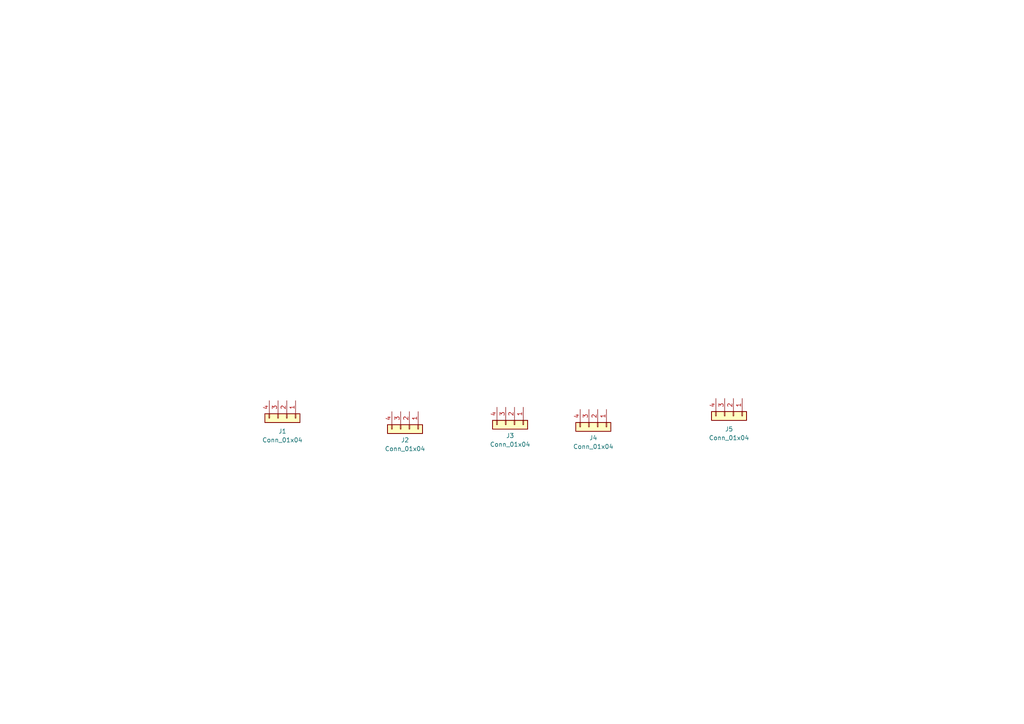
<source format=kicad_sch>
(kicad_sch (version 20230121) (generator eeschema)
  (paper "A4")
  (lib_symbols
    (symbol "Connector_Generic:Conn_01x04" (pin_names (offset 1.016) hide)
      (property "Reference" "J" (at 0 5.08 0))
      (property "Value" "Conn_01x04" (at 0 -7.62 0))
      (symbol "Conn_01x04_1_1"
        (rectangle (start -1.27 -4.953) (end 0 -5.207) (stroke (width 0.1524)))
        (rectangle (start -1.27 -2.413) (end 0 -2.667) (stroke (width 0.1524)))
        (rectangle (start -1.27 0.127) (end 0 -0.127) (stroke (width 0.1524)))
        (rectangle (start -1.27 2.667) (end 0 2.413) (stroke (width 0.1524)))
        (rectangle (start -1.27 3.81) (end 1.27 -6.35) (stroke (width 0.254)) (fill (type background)))
        (pin passive line (at -5.08 2.54 0) (length 3.81) (name "Pin_1") (number "1"))
        (pin passive line (at -5.08 0 0) (length 3.81) (name "Pin_2") (number "2"))
        (pin passive line (at -5.08 -2.54 0) (length 3.81) (name "Pin_3") (number "3"))
        (pin passive line (at -5.08 -5.08 0) (length 3.81) (name "Pin_4") (number "4"))
      )
    )
  )
  (symbol (lib_id "Connector_Generic:Conn_01x04") (at 118.745 124.46 270) (unit 1)
    (property "Reference" "J2" (at 117.475 127.635 90))
    (property "Value" "Conn_01x04" (at 117.475 130.175 90))
  )
  (symbol (lib_id "Connector_Generic:Conn_01x04") (at 149.225 123.19 270) (unit 1)
    (property "Reference" "J3" (at 147.955 126.365 90))
    (property "Value" "Conn_01x04" (at 147.955 128.905 90))
  )
  (symbol (lib_id "Connector_Generic:Conn_01x04") (at 83.185 121.285 270) (unit 1)
    (property "Reference" "J1" (at 81.915 125.095 90))
    (property "Value" "Conn_01x04" (at 81.915 127.635 90))
  )
  (symbol (lib_id "Connector_Generic:Conn_01x04") (at 212.725 120.65 270) (unit 1)
    (property "Reference" "J5" (at 211.455 124.46 90))
    (property "Value" "Conn_01x04" (at 211.455 127 90))
  )
  (symbol (lib_id "Connector_Generic:Conn_01x04") (at 173.355 123.825 270) (unit 1)
    (property "Reference" "J4" (at 172.085 127 90))
    (property "Value" "Conn_01x04" (at 172.085 129.54 90))
  )
)
</source>
